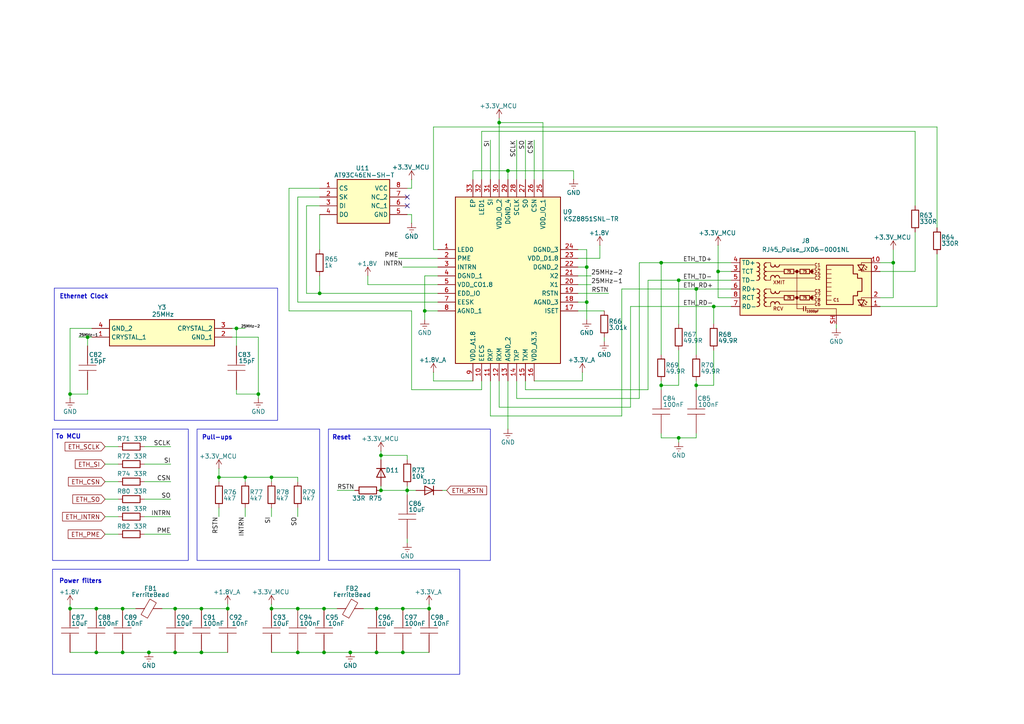
<source format=kicad_sch>
(kicad_sch (version 20231120) (generator "eeschema") (generator_version "8.0")
  (paper "A4")
  (lib_symbols
    (symbol "Connector:RJ45_Pulse_JXD6-0001NL"
      (property "Reference" "J" (at 17.78 10.16 0))
      (property "Value" "RJ45_Pulse_JXD6-0001NL" (at -6.35 10.16 0))
      (symbol "RJ45_Pulse_JXD6-0001NL_0_0"
        (text "C1" (at 4.699 6.985 0) (effects (font (size 0.889 0.889))))
        (text "C1" (at 10.16 -3.175 0) (effects (font (size 0.889 0.889))))
        (text "C2" (at 4.699 3.175 0) (effects (font (size 0.889 0.889))))
        (text "C3" (at 4.699 -0.635 0) (effects (font (size 0.889 0.889))))
        (text "C4" (at 4.699 5.715 0) (effects (font (size 0.889 0.889))))
        (text "C5" (at 4.699 4.445 0) (effects (font (size 0.889 0.889))))
        (text "C6" (at 4.699 -4.445 0) (effects (font (size 0.889 0.889))))
        (text "C7" (at 4.699 -1.905 0) (effects (font (size 0.889 0.889))))
        (text "C8" (at 4.699 -3.175 0) (effects (font (size 0.889 0.889))))
        (text "RCV" (at -8.255 -5.715 0) (effects (font (size 1.016 1.016)) (justify left)))
        (text "XMIT" (at -8.255 1.905 0) (effects (font (size 1.016 1.016)) (justify left)))
      )
      (symbol "RJ45_Pulse_JXD6-0001NL_1_0"
        (text "1000pF" (at 3.302 -6.477 0) (effects (font (size 0.635 0.635))))
      )
      (symbol "RJ45_Pulse_JXD6-0001NL_1_1"
        (text "75" (at -3.556 -2.54 0) (effects (font (size 0.635 0.635))))
        (text "75" (at -3.556 5.08 0) (effects (font (size 0.635 0.635))))
        (text "75" (at 1.016 -2.54 0) (effects (font (size 0.635 0.635))))
        (text "75" (at 1.016 5.08 0) (effects (font (size 0.635 0.635))))
        (pin passive line (at 22.86 -5.08 180) (length 2.54) (name "") (number "1"))
        (pin passive line (at 22.86 7.62 180) (length 2.54) (name "") (number "10"))
        (pin passive line (at 22.86 -2.54 180) (length 2.54) (name "") (number "2"))
        (pin passive line (at -20.32 5.08 0) (length 2.54) (name "TCT") (number "3"))
        (pin passive line (at -20.32 7.62 0) (length 2.54) (name "TD+") (number "4"))
        (pin passive line (at -20.32 2.54 0) (length 2.54) (name "TD-") (number "5"))
        (pin passive line (at -20.32 0 0) (length 2.54) (name "RD+") (number "6"))
        (pin passive line (at -20.32 -5.08 0) (length 2.54) (name "RD-") (number "7"))
        (pin passive line (at -20.32 -2.54 0) (length 2.54) (name "RCT") (number "8"))
        (pin passive line (at 22.86 5.08 180) (length 2.54) (name "") (number "9"))
        (pin power_in line (at 10.16 -10.16 90) (length 2.54) (name "") (number "SH"))
      )
    )
    (symbol "Device:FerriteBead" (pin_numbers hide) (pin_names (offset 0))
      (property "Reference" "FB" (at -3.81 0.635 90))
      (property "Value" "FerriteBead" (at 3.81 0 90))
      (symbol "FerriteBead_1_1"
        (pin passive line (at 0 3.81 270) (length 2.54) (name "~") (number "1"))
        (pin passive line (at 0 -3.81 90) (length 2.54) (name "~") (number "2"))
      )
    )
    (symbol "Device:R" (pin_numbers hide) (pin_names (offset 0))
      (property "Reference" "R" (at 2.032 0 90))
      (property "Value" "R" (at 0 0 90))
      (symbol "R_1_1"
        (pin passive line (at 0 3.81 270) (length 1.27) (name "~") (number "1"))
        (pin passive line (at 0 -3.81 90) (length 1.27) (name "~") (number "2"))
      )
    )
    (symbol "Diode:1N4148W" (pin_numbers hide) (pin_names hide)
      (property "Reference" "D" (at 0 2.54 0))
      (property "Value" "1N4148W" (at 0 -2.54 0))
      (symbol "1N4148W_1_1"
        (pin passive line (at -3.81 0 0) (length 2.54) (name "K") (number "1"))
        (pin passive line (at 3.81 0 180) (length 2.54) (name "A") (number "2"))
      )
    )
    (symbol "RA8M1:830108208209"
      (property "Reference" "Y" (at 36.83 7.62 0))
      (property "Value" "830108208209" (at 36.83 5.08 0))
      (symbol "830108208209_1_1"
        (pin passive line (at 0 -2.54 0) (length 5.08) (name "CRYSTAL_1") (number "1"))
        (pin passive line (at 40.64 -2.54 180) (length 5.08) (name "GND_1") (number "2"))
        (pin passive line (at 40.64 0 180) (length 5.08) (name "CRYSTAL_2") (number "3"))
        (pin passive line (at 0 0 0) (length 5.08) (name "GND_2") (number "4"))
      )
    )
    (symbol "RA8M1:885012205092" (pin_numbers hide) (pin_names (offset 0.762))
      (property "Reference" "C" (at 8.89 6.35 0))
      (property "Value" "885012205092" (at 8.89 3.81 0))
      (symbol "885012205092_0_0"
        (pin passive line (at 0 0 0) (length 5.08) (name "~") (number "1"))
        (pin passive line (at 12.7 0 180) (length 5.08) (name "~") (number "2"))
      )
    )
    (symbol "RA8M1:AT93C46EN-SH-T"
      (property "Reference" "IC" (at 21.59 7.62 0))
      (property "Value" "AT93C46EN-SH-T" (at 21.59 5.08 0))
      (symbol "AT93C46EN-SH-T_1_1"
        (pin passive line (at 0 0 0) (length 5.08) (name "CS") (number "1"))
        (pin passive line (at 0 -2.54 0) (length 5.08) (name "SK") (number "2"))
        (pin passive line (at 0 -5.08 0) (length 5.08) (name "DI") (number "3"))
        (pin passive line (at 0 -7.62 0) (length 5.08) (name "DO") (number "4"))
        (pin passive line (at 25.4 -7.62 180) (length 5.08) (name "GND") (number "5"))
        (pin passive line (at 25.4 -5.08 180) (length 5.08) (name "NC_1") (number "6"))
        (pin passive line (at 25.4 -2.54 180) (length 5.08) (name "NC_2") (number "7"))
        (pin passive line (at 25.4 0 180) (length 5.08) (name "VCC") (number "8"))
      )
    )
    (symbol "RA8M1:KSZ8851SNL-TR"
      (property "Reference" "IC" (at 36.83 20.32 0))
      (property "Value" "KSZ8851SNL-TR" (at 36.83 17.78 0))
      (symbol "KSZ8851SNL-TR_1_1"
        (pin passive line (at 0 0 0) (length 5.08) (name "LED0") (number "1"))
        (pin passive line (at 12.7 -38.1 90) (length 5.08) (name "EECS") (number "10"))
        (pin passive line (at 15.24 -38.1 90) (length 5.08) (name "RXP") (number "11"))
        (pin passive line (at 17.78 -38.1 90) (length 5.08) (name "RXM") (number "12"))
        (pin passive line (at 20.32 -38.1 90) (length 5.08) (name "AGND_2") (number "13"))
        (pin passive line (at 22.86 -38.1 90) (length 5.08) (name "TXP") (number "14"))
        (pin passive line (at 25.4 -38.1 90) (length 5.08) (name "TXM") (number "15"))
        (pin passive line (at 27.94 -38.1 90) (length 5.08) (name "VDD_A3.3") (number "16"))
        (pin passive line (at 40.64 -17.78 180) (length 5.08) (name "ISET") (number "17"))
        (pin passive line (at 40.64 -15.24 180) (length 5.08) (name "AGND_3") (number "18"))
        (pin passive line (at 40.64 -12.7 180) (length 5.08) (name "RSTN") (number "19"))
        (pin passive line (at 0 -2.54 0) (length 5.08) (name "PME") (number "2"))
        (pin passive line (at 40.64 -10.16 180) (length 5.08) (name "X1") (number "20"))
        (pin passive line (at 40.64 -7.62 180) (length 5.08) (name "X2") (number "21"))
        (pin passive line (at 40.64 -5.08 180) (length 5.08) (name "DGND_2") (number "22"))
        (pin passive line (at 40.64 -2.54 180) (length 5.08) (name "VDD_D1.8") (number "23"))
        (pin passive line (at 40.64 0 180) (length 5.08) (name "DGND_3") (number "24"))
        (pin passive line (at 30.48 20.32 270) (length 5.08) (name "VDD_IO_1") (number "25"))
        (pin passive line (at 27.94 20.32 270) (length 5.08) (name "CSN") (number "26"))
        (pin passive line (at 25.4 20.32 270) (length 5.08) (name "SO") (number "27"))
        (pin passive line (at 22.86 20.32 270) (length 5.08) (name "SCLK") (number "28"))
        (pin passive line (at 20.32 20.32 270) (length 5.08) (name "DGND_4") (number "29"))
        (pin passive line (at 0 -5.08 0) (length 5.08) (name "INTRN") (number "3"))
        (pin passive line (at 17.78 20.32 270) (length 5.08) (name "VDD_IO_2") (number "30"))
        (pin passive line (at 15.24 20.32 270) (length 5.08) (name "SI") (number "31"))
        (pin passive line (at 12.7 20.32 270) (length 5.08) (name "LED1") (number "32"))
        (pin passive line (at 10.16 20.32 270) (length 5.08) (name "EP") (number "33"))
        (pin passive line (at 0 -7.62 0) (length 5.08) (name "DGND_1") (number "4"))
        (pin passive line (at 0 -10.16 0) (length 5.08) (name "VDD_CO1.8") (number "5"))
        (pin passive line (at 0 -12.7 0) (length 5.08) (name "EDD_IO") (number "6"))
        (pin passive line (at 0 -15.24 0) (length 5.08) (name "EESK") (number "7"))
        (pin passive line (at 0 -17.78 0) (length 5.08) (name "AGND_1") (number "8"))
        (pin passive line (at 10.16 -38.1 90) (length 5.08) (name "VDD_A1.8") (number "9"))
      )
    )
    (symbol "power:+3.3V" (power) (pin_numbers hide) (pin_names (offset 0) hide)
      (property "Value" "+3.3V" (at 0 3.556 0))
      (symbol "+3.3V_1_1"
        (pin power_in line (at 0 0 90) (length 0) (name "~") (number "1"))
      )
    )
    (symbol "power:Earth" (power) (pin_numbers hide) (pin_names (offset 0) hide)
      (property "Value" "Earth" (at 0 -3.81 0))
      (symbol "Earth_1_1"
        (pin power_in line (at 0 0 270) (length 0) (name "~") (number "1"))
      )
    )
  )
  (junction (at 191.77 76.2))
  (junction (at 93.98 189.23))
  (junction (at 147.32 49.53))
  (junction (at 58.42 176.53))
  (junction (at 123.19 90.17))
  (junction (at 35.56 189.23))
  (junction (at 78.74 138.43))
  (junction (at 43.18 189.23))
  (junction (at 201.93 83.82))
  (junction (at 170.18 77.47))
  (junction (at 74.93 114.3))
  (junction (at 116.84 189.23))
  (junction (at 207.01 88.9))
  (junction (at 27.94 176.53))
  (junction (at 78.74 176.53))
  (junction (at 101.6 189.23))
  (junction (at 191.77 111.76))
  (junction (at 27.94 189.23))
  (junction (at 109.22 176.53))
  (junction (at 110.49 142.24))
  (junction (at 144.78 35.56))
  (junction (at 50.8 176.53))
  (junction (at 124.46 176.53))
  (junction (at 86.36 189.23))
  (junction (at 93.98 176.53))
  (junction (at 116.84 176.53))
  (junction (at 86.36 176.53))
  (junction (at 58.42 189.23))
  (junction (at 25.4 97.79))
  (junction (at 196.85 81.28))
  (junction (at 170.18 87.63))
  (junction (at 259.08 76.2))
  (junction (at 92.71 85.09))
  (junction (at 201.93 111.76))
  (junction (at 118.11 142.24))
  (junction (at 71.12 138.43))
  (junction (at 35.56 176.53))
  (junction (at 66.04 176.53))
  (junction (at 196.85 127))
  (junction (at 20.32 176.53))
  (junction (at 110.49 132.08))
  (junction (at 20.32 114.3))
  (junction (at 208.28 78.74))
  (junction (at 68.58 95.25))
  (junction (at 50.8 189.23))
  (junction (at 63.5 138.43))
  (junction (at 109.22 189.23))
  (no_connect (at 118.11 57.15))
  (no_connect (at 118.11 59.69))
  (wire (pts (xy 68.58 95.25) (xy 71.12 95.25)))
  (wire (pts (xy 118.11 142.24) (xy 120.65 142.24)))
  (wire (pts (xy 187.96 113.03) (xy 187.96 81.28)))
  (wire (pts (xy 30.48 154.94) (xy 34.29 154.94)))
  (wire (pts (xy 207.01 101.6) (xy 207.01 111.76)))
  (wire (pts (xy 68.58 114.3) (xy 74.93 114.3)))
  (wire (pts (xy 30.48 139.7) (xy 34.29 139.7)))
  (wire (pts (xy 168.91 110.49) (xy 168.91 107.95)))
  (wire (pts (xy 106.68 82.55) (xy 106.68 80.01)))
  (wire (pts (xy 110.49 142.24) (xy 118.11 142.24)))
  (wire (pts (xy 116.84 77.47) (xy 127 77.47)))
  (wire (pts (xy 173.99 74.93) (xy 173.99 71.12)))
  (wire (pts (xy 157.48 35.56) (xy 144.78 35.56)))
  (wire (pts (xy 255.27 88.9) (xy 271.78 88.9)))
  (wire (pts (xy 26.67 95.25) (xy 20.32 95.25)))
  (wire (pts (xy 25.4 113.03) (xy 25.4 114.3)))
  (wire (pts (xy 201.93 127) (xy 201.93 125.73)))
  (wire (pts (xy 20.32 189.23) (xy 27.94 189.23)))
  (wire (pts (xy 144.78 110.49) (xy 144.78 118.11)))
  (wire (pts (xy 92.71 62.23) (xy 92.71 72.39)))
  (wire (pts (xy 49.53 139.7) (xy 41.91 139.7)))
  (wire (pts (xy 63.5 147.32) (xy 63.5 149.86)))
  (wire (pts (xy 20.32 175.26) (xy 20.32 176.53)))
  (wire (pts (xy 93.98 189.23) (xy 101.6 189.23)))
  (wire (pts (xy 63.5 138.43) (xy 71.12 138.43)))
  (wire (pts (xy 207.01 111.76) (xy 201.93 111.76)))
  (wire (pts (xy 271.78 88.9) (xy 271.78 73.66)))
  (wire (pts (xy 196.85 101.6) (xy 196.85 111.76)))
  (wire (pts (xy 157.48 52.07) (xy 157.48 35.56)))
  (wire (pts (xy 152.4 40.64) (xy 152.4 52.07)))
  (wire (pts (xy 142.24 110.49) (xy 142.24 120.65)))
  (wire (pts (xy 176.53 85.09) (xy 167.64 85.09)))
  (wire (pts (xy 180.34 83.82) (xy 201.93 83.82)))
  (wire (pts (xy 105.41 176.53) (xy 109.22 176.53)))
  (wire (pts (xy 167.64 90.17) (xy 175.26 90.17)))
  (wire (pts (xy 92.71 59.69) (xy 88.9 59.69)))
  (wire (pts (xy 167.64 77.47) (xy 170.18 77.47)))
  (wire (pts (xy 97.79 142.24) (xy 102.87 142.24)))
  (wire (pts (xy 58.42 189.23) (xy 66.04 189.23)))
  (wire (pts (xy 212.09 88.9) (xy 207.01 88.9)))
  (wire (pts (xy 196.85 81.28) (xy 196.85 93.98)))
  (wire (pts (xy 191.77 111.76) (xy 191.77 113.03)))
  (wire (pts (xy 110.49 140.97) (xy 110.49 142.24)))
  (wire (pts (xy 74.93 115.57) (xy 74.93 114.3)))
  (wire (pts (xy 78.74 176.53) (xy 86.36 176.53)))
  (wire (pts (xy 68.58 113.03) (xy 68.58 114.3)))
  (wire (pts (xy 49.53 134.62) (xy 41.91 134.62)))
  (wire (pts (xy 109.22 176.53) (xy 116.84 176.53)))
  (wire (pts (xy 142.24 40.64) (xy 142.24 52.07)))
  (wire (pts (xy 119.38 113.03) (xy 119.38 90.17)))
  (wire (pts (xy 86.36 149.86) (xy 86.36 147.32)))
  (wire (pts (xy 25.4 114.3) (xy 20.32 114.3)))
  (wire (pts (xy 127 80.01) (xy 123.19 80.01)))
  (wire (pts (xy 125.73 72.39) (xy 127 72.39)))
  (wire (pts (xy 92.71 85.09) (xy 88.9 85.09)))
  (wire (pts (xy 182.88 118.11) (xy 182.88 88.9)))
  (wire (pts (xy 191.77 111.76) (xy 191.77 110.49)))
  (wire (pts (xy 49.53 149.86) (xy 41.91 149.86)))
  (wire (pts (xy 125.73 107.95) (xy 125.73 110.49)))
  (wire (pts (xy 191.77 127) (xy 196.85 127)))
  (wire (pts (xy 86.36 87.63) (xy 86.36 57.15)))
  (wire (pts (xy 171.45 82.55) (xy 167.64 82.55)))
  (wire (pts (xy 137.16 49.53) (xy 147.32 49.53)))
  (wire (pts (xy 27.94 176.53) (xy 35.56 176.53)))
  (wire (pts (xy 265.43 38.1) (xy 139.7 38.1)))
  (wire (pts (xy 63.5 135.89) (xy 63.5 138.43)))
  (wire (pts (xy 149.86 110.49) (xy 149.86 115.57)))
  (wire (pts (xy 128.27 142.24) (xy 129.54 142.24)))
  (wire (pts (xy 271.78 36.83) (xy 125.73 36.83)))
  (wire (pts (xy 147.32 110.49) (xy 147.32 124.46)))
  (wire (pts (xy 139.7 110.49) (xy 139.7 113.03)))
  (wire (pts (xy 149.86 115.57) (xy 185.42 115.57)))
  (wire (pts (xy 242.57 93.98) (xy 242.57 95.25)))
  (wire (pts (xy 265.43 59.69) (xy 265.43 38.1)))
  (wire (pts (xy 118.11 142.24) (xy 118.11 140.97)))
  (wire (pts (xy 83.82 90.17) (xy 83.82 54.61)))
  (wire (pts (xy 63.5 138.43) (xy 63.5 139.7)))
  (wire (pts (xy 25.4 100.33) (xy 25.4 97.79)))
  (wire (pts (xy 208.28 78.74) (xy 208.28 86.36)))
  (wire (pts (xy 118.11 156.21) (xy 118.11 157.48)))
  (wire (pts (xy 22.86 97.79) (xy 25.4 97.79)))
  (wire (pts (xy 201.93 111.76) (xy 201.93 113.03)))
  (wire (pts (xy 124.46 175.26) (xy 124.46 176.53)))
  (wire (pts (xy 212.09 83.82) (xy 201.93 83.82)))
  (wire (pts (xy 118.11 54.61) (xy 119.38 54.61)))
  (wire (pts (xy 166.37 49.53) (xy 166.37 52.07)))
  (wire (pts (xy 259.08 72.39) (xy 259.08 76.2)))
  (wire (pts (xy 208.28 71.12) (xy 208.28 78.74)))
  (wire (pts (xy 30.48 134.62) (xy 34.29 134.62)))
  (wire (pts (xy 144.78 34.29) (xy 144.78 35.56)))
  (wire (pts (xy 259.08 76.2) (xy 255.27 76.2)))
  (wire (pts (xy 30.48 144.78) (xy 34.29 144.78)))
  (wire (pts (xy 196.85 111.76) (xy 191.77 111.76)))
  (wire (pts (xy 123.19 90.17) (xy 123.19 92.71)))
  (wire (pts (xy 201.93 111.76) (xy 201.93 110.49)))
  (wire (pts (xy 259.08 86.36) (xy 259.08 76.2)))
  (wire (pts (xy 187.96 81.28) (xy 196.85 81.28)))
  (wire (pts (xy 118.11 62.23) (xy 119.38 62.23)))
  (wire (pts (xy 127 87.63) (xy 86.36 87.63)))
  (wire (pts (xy 30.48 129.54) (xy 34.29 129.54)))
  (wire (pts (xy 167.64 72.39) (xy 170.18 72.39)))
  (wire (pts (xy 175.26 97.79) (xy 175.26 99.06)))
  (wire (pts (xy 93.98 176.53) (xy 97.79 176.53)))
  (wire (pts (xy 191.77 125.73) (xy 191.77 127)))
  (wire (pts (xy 67.31 97.79) (xy 74.93 97.79)))
  (wire (pts (xy 30.48 149.86) (xy 34.29 149.86)))
  (wire (pts (xy 170.18 77.47) (xy 170.18 87.63)))
  (wire (pts (xy 144.78 35.56) (xy 144.78 52.07)))
  (wire (pts (xy 118.11 132.08) (xy 118.11 133.35)))
  (wire (pts (xy 185.42 115.57) (xy 185.42 76.2)))
  (wire (pts (xy 115.57 74.93) (xy 127 74.93)))
  (wire (pts (xy 139.7 113.03) (xy 119.38 113.03)))
  (wire (pts (xy 110.49 132.08) (xy 118.11 132.08)))
  (wire (pts (xy 191.77 76.2) (xy 191.77 102.87)))
  (wire (pts (xy 170.18 72.39) (xy 170.18 77.47)))
  (wire (pts (xy 255.27 78.74) (xy 265.43 78.74)))
  (wire (pts (xy 171.45 80.01) (xy 167.64 80.01)))
  (wire (pts (xy 139.7 38.1) (xy 139.7 52.07)))
  (wire (pts (xy 167.64 74.93) (xy 173.99 74.93)))
  (wire (pts (xy 109.22 189.23) (xy 116.84 189.23)))
  (wire (pts (xy 35.56 176.53) (xy 39.37 176.53)))
  (wire (pts (xy 66.04 175.26) (xy 66.04 176.53)))
  (wire (pts (xy 86.36 57.15) (xy 92.71 57.15)))
  (wire (pts (xy 101.6 189.23) (xy 109.22 189.23)))
  (wire (pts (xy 142.24 120.65) (xy 180.34 120.65)))
  (wire (pts (xy 88.9 59.69) (xy 88.9 85.09)))
  (wire (pts (xy 49.53 144.78) (xy 41.91 144.78)))
  (wire (pts (xy 20.32 176.53) (xy 27.94 176.53)))
  (wire (pts (xy 170.18 87.63) (xy 170.18 92.71)))
  (wire (pts (xy 119.38 62.23) (xy 119.38 64.77)))
  (wire (pts (xy 208.28 86.36) (xy 212.09 86.36)))
  (wire (pts (xy 110.49 130.81) (xy 110.49 132.08)))
  (wire (pts (xy 68.58 100.33) (xy 68.58 95.25)))
  (wire (pts (xy 35.56 189.23) (xy 43.18 189.23)))
  (wire (pts (xy 144.78 118.11) (xy 182.88 118.11)))
  (wire (pts (xy 212.09 78.74) (xy 208.28 78.74)))
  (wire (pts (xy 78.74 175.26) (xy 78.74 176.53)))
  (wire (pts (xy 191.77 76.2) (xy 212.09 76.2)))
  (wire (pts (xy 149.86 40.64) (xy 149.86 52.07)))
  (wire (pts (xy 196.85 127) (xy 201.93 127)))
  (wire (pts (xy 71.12 147.32) (xy 71.12 149.86)))
  (wire (pts (xy 78.74 138.43) (xy 86.36 138.43)))
  (wire (pts (xy 27.94 189.23) (xy 35.56 189.23)))
  (wire (pts (xy 71.12 138.43) (xy 71.12 139.7)))
  (wire (pts (xy 123.19 80.01) (xy 123.19 90.17)))
  (wire (pts (xy 125.73 36.83) (xy 125.73 72.39)))
  (wire (pts (xy 201.93 83.82) (xy 201.93 102.87)))
  (wire (pts (xy 154.94 110.49) (xy 168.91 110.49)))
  (wire (pts (xy 46.99 176.53) (xy 50.8 176.53)))
  (wire (pts (xy 147.32 49.53) (xy 166.37 49.53)))
  (wire (pts (xy 71.12 138.43) (xy 78.74 138.43)))
  (wire (pts (xy 43.18 189.23) (xy 50.8 189.23)))
  (wire (pts (xy 68.58 95.25) (xy 67.31 95.25)))
  (wire (pts (xy 154.94 40.64) (xy 154.94 52.07)))
  (wire (pts (xy 50.8 176.53) (xy 58.42 176.53)))
  (wire (pts (xy 78.74 189.23) (xy 86.36 189.23)))
  (wire (pts (xy 207.01 88.9) (xy 207.01 93.98)))
  (wire (pts (xy 49.53 154.94) (xy 41.91 154.94)))
  (wire (pts (xy 116.84 189.23) (xy 124.46 189.23)))
  (wire (pts (xy 255.27 86.36) (xy 259.08 86.36)))
  (wire (pts (xy 152.4 110.49) (xy 152.4 113.03)))
  (wire (pts (xy 127 90.17) (xy 123.19 90.17)))
  (wire (pts (xy 110.49 133.35) (xy 110.49 132.08)))
  (wire (pts (xy 125.73 110.49) (xy 137.16 110.49)))
  (wire (pts (xy 212.09 81.28) (xy 196.85 81.28)))
  (wire (pts (xy 119.38 90.17) (xy 83.82 90.17)))
  (wire (pts (xy 49.53 129.54) (xy 41.91 129.54)))
  (wire (pts (xy 20.32 115.57) (xy 20.32 114.3)))
  (wire (pts (xy 196.85 127) (xy 196.85 128.27)))
  (wire (pts (xy 78.74 138.43) (xy 78.74 139.7)))
  (wire (pts (xy 86.36 176.53) (xy 93.98 176.53)))
  (wire (pts (xy 74.93 97.79) (xy 74.93 114.3)))
  (wire (pts (xy 271.78 66.04) (xy 271.78 36.83)))
  (wire (pts (xy 180.34 120.65) (xy 180.34 83.82)))
  (wire (pts (xy 137.16 52.07) (xy 137.16 49.53)))
  (wire (pts (xy 86.36 138.43) (xy 86.36 139.7)))
  (wire (pts (xy 86.36 189.23) (xy 93.98 189.23)))
  (wire (pts (xy 119.38 54.61) (xy 119.38 52.07)))
  (wire (pts (xy 92.71 80.01) (xy 92.71 85.09)))
  (wire (pts (xy 152.4 113.03) (xy 187.96 113.03)))
  (wire (pts (xy 83.82 54.61) (xy 92.71 54.61)))
  (wire (pts (xy 20.32 95.25) (xy 20.32 114.3)))
  (wire (pts (xy 78.74 149.86) (xy 78.74 147.32)))
  (wire (pts (xy 167.64 87.63) (xy 170.18 87.63)))
  (wire (pts (xy 116.84 176.53) (xy 124.46 176.53)))
  (wire (pts (xy 118.11 142.24) (xy 118.11 143.51)))
  (wire (pts (xy 127 85.09) (xy 92.71 85.09)))
  (wire (pts (xy 185.42 76.2) (xy 191.77 76.2)))
  (wire (pts (xy 58.42 176.53) (xy 66.04 176.53)))
  (wire (pts (xy 265.43 78.74) (xy 265.43 67.31)))
  (wire (pts (xy 147.32 52.07) (xy 147.32 49.53)))
  (wire (pts (xy 25.4 97.79) (xy 26.67 97.79)))
  (wire (pts (xy 182.88 88.9) (xy 207.01 88.9)))
  (wire (pts (xy 127 82.55) (xy 106.68 82.55)))
  (wire (pts (xy 50.8 189.23) (xy 58.42 189.23)))
  (rectangle (start 15.748 83.566) (end 80.518 121.92))
  (rectangle (start 15.24 124.46) (end 54.61 162.56))
  (rectangle (start 57.15 124.46) (end 92.71 162.56))
  (rectangle (start 95.25 124.46) (end 142.24 162.56))
  (rectangle (start 15.24 165.1) (end 133.35 195.58))
  (text "Power filters" (at 23.368 168.656 0) (effects (font (size 1.27 1.27) (thickness 0.254) (bold yes))))
  (text "To MCU" (at 19.812 126.746 0) (effects (font (size 1.27 1.27) (thickness 0.254) (bold yes))))
  (text "Pull-ups" (at 62.992 127 0) (effects (font (size 1.27 1.27) (thickness 0.254) (bold yes))))
  (text "Reset" (at 99.06 127 0) (effects (font (size 1.27 1.27) (thickness 0.254) (bold yes))))
  (text "Ethernet Clock" (at 24.384 86.106 0) (effects (font (size 1.27 1.27) (thickness 0.254) (bold yes))))
  (label "CSN" (at 49.53 139.7 180))
  (label "SI" (at 78.74 149.86 270))
  (label "25MHz-2" (at 69.85 95.25 0) (effects (font (size 0.762 0.762))))
  (label "CSN" (at 154.94 40.64 270))
  (label "RSTN" (at 63.5 149.86 270))
  (label "SO" (at 152.4 40.64 270))
  (label "SO" (at 86.36 149.86 270))
  (label "INTRN" (at 49.53 149.86 180))
  (label "SI" (at 49.53 134.62 180))
  (label "PME" (at 49.53 154.94 180))
  (label "25MHz-2" (at 171.45 80.01 0))
  (label "INTRN" (at 71.12 149.86 270))
  (label "RSTN" (at 97.79 142.24 0))
  (label "25MHz-1" (at 171.45 82.55 0))
  (label "ETH_RD-" (at 198.12 88.9 0))
  (label "ETH_TD+" (at 198.12 76.2 0))
  (label "SCLK" (at 49.53 129.54 180))
  (label "SO" (at 49.53 144.78 180))
  (label "ETH_TD-" (at 198.12 81.28 0))
  (label "RSTN" (at 176.53 85.09 180))
  (label "SI" (at 142.24 40.64 270))
  (label "ETH_RD+" (at 198.12 83.82 0))
  (label "25MHz-1" (at 22.86 97.79 0) (effects (font (size 0.762 0.762))))
  (label "INTRN" (at 116.84 77.47 180))
  (label "PME" (at 115.57 74.93 180))
  (label "SCLK" (at 149.86 40.64 270))
  (global_label "ETH_SI" (shape input) (at 30.48 134.62 180) (property "Intersheetrefs" "${INTERSHEET_REFS}" (effects (hide yes))))
  (global_label "ETH_RSTN" (shape input) (at 129.54 142.24 0) (property "Intersheetrefs" "${INTERSHEET_REFS}" (effects (hide yes))))
  (global_label "ETH_SO" (shape input) (at 30.48 144.78 180) (property "Intersheetrefs" "${INTERSHEET_REFS}" (effects (hide yes))))
  (global_label "ETH_CSN" (shape input) (at 30.48 139.7 180) (property "Intersheetrefs" "${INTERSHEET_REFS}" (effects (hide yes))))
  (global_label "ETH_PME" (shape input) (at 30.48 154.94 180) (property "Intersheetrefs" "${INTERSHEET_REFS}" (effects (hide yes))))
  (global_label "ETH_SCLK" (shape input) (at 30.48 129.54 180) (property "Intersheetrefs" "${INTERSHEET_REFS}" (effects (hide yes))))
  (global_label "ETH_INTRN" (shape input) (at 30.48 149.86 180) (property "Intersheetrefs" "${INTERSHEET_REFS}" (effects (hide yes))))
  (symbol (lib_id "RA8M1:885012205092") (at 201.93 125.73 90) (unit 1)
    (property "Reference" "C85" (at 204.216 115.57 90))
    (property "Value" "100nF" (at 205.486 117.348 90))
    (property "Footprint" "Capacitor_SMD:C_0402_1005Metric" (effects (hide yes)))
    (property "Height" "0.7" (effects (hide yes)))
    (property "Manufacturer" "Wurth Elektronik" (effects (hide yes)))
    (property "MPN" "885012205092" (effects (hide yes)))
  )
  (symbol (lib_id "RA8M1:885012205092") (at 78.74 189.23 90) (unit 1)
    (property "Reference" "C93" (at 81.026 179.07 90))
    (property "Value" "10uF" (at 81.534 180.848 90))
    (property "Footprint" "Capacitor_SMD:C_0402_1005Metric" (effects (hide yes)))
    (property "Height" "0.7" (effects (hide yes)))
    (property "Manufacturer" "Wurth Elektronik" (effects (hide yes)))
    (property "MPN" "885012105020" (effects (hide yes)))
  )
  (symbol (lib_id "Device:R") (at 265.43 63.5 180) (unit 1)
    (property "Reference" "R63" (at 270.51 62.484 0) (effects (justify left)))
    (property "Value" "330R" (at 271.78 64.262 0) (effects (justify left)))
    (property "Footprint" "Resistor_SMD:R_0402_1005Metric" (effects (hide yes)))
    (property "Description" "Resistor" (effects (hide yes)))
    (property "Manufacturer" "Würth Elektronik" (effects (hide yes)))
    (property "MPN" "560112110231" (effects (hide yes)))
  )
  (symbol (lib_id "power:+3.3V") (at 144.78 34.29 0) (unit 1)
    (property "Reference" "#PWR0124" (effects (hide yes)))
    (property "Value" "+3.3V_MCU" (at 144.526 30.734 0))
    (property "Description" "Power symbol creates a global label with name \"+3.3V\"" (effects (hide yes)))
  )
  (symbol (lib_id "power:+3.3V") (at 66.04 175.26 0) (unit 1)
    (property "Reference" "#PWR0146" (effects (hide yes)))
    (property "Value" "+1.8V_A" (at 65.786 171.704 0))
    (property "Description" "Power symbol creates a global label with name \"+3.3V\"" (effects (hide yes)))
  )
  (symbol (lib_id "Device:R") (at 191.77 106.68 0) (unit 1)
    (property "Reference" "R69" (at 193.04 105.918 0) (effects (justify left)))
    (property "Value" "49.9R" (at 193.04 107.696 0) (effects (justify left)))
    (property "Footprint" "Resistor_SMD:R_0402_1005Metric" (effects (hide yes)))
    (property "Description" "Resistor" (effects (hide yes)))
    (property "Manufacturer" "Würth Elektronik" (effects (hide yes)))
    (property "MPN" "560112110002" (effects (hide yes)))
  )
  (symbol (lib_id "power:Earth") (at 119.38 64.77 0) (unit 1)
    (property "Reference" "#PWR0127" (effects (hide yes)))
    (property "Value" "GND" (at 119.38 68.58 0))
    (property "Description" "Power symbol creates a global label with name \"Earth\"" (effects (hide yes)))
  )
  (symbol (lib_id "RA8M1:885012205092") (at 68.58 113.03 90) (unit 1)
    (property "Reference" "C83" (at 70.866 102.87 90))
    (property "Value" "15pF" (at 71.628 104.648 90))
    (property "Footprint" "Capacitor_SMD:C_0402_1005Metric" (effects (hide yes)))
    (property "Height" "0.7" (effects (hide yes)))
    (property "Manufacturer" "Wurth Elektronik" (effects (hide yes)))
    (property "MPN" "885012005008" (effects (hide yes)))
  )
  (symbol (lib_id "power:+3.3V") (at 208.28 71.12 0) (unit 1)
    (property "Reference" "#PWR0129" (effects (hide yes)))
    (property "Value" "+3.3V_MCU" (at 208.026 67.564 0))
    (property "Description" "Power symbol creates a global label with name \"+3.3V\"" (effects (hide yes)))
  )
  (symbol (lib_id "power:Earth") (at 43.18 189.23 0) (unit 1)
    (property "Reference" "#PWR0149" (effects (hide yes)))
    (property "Value" "GND" (at 43.18 193.04 0))
    (property "Description" "Power symbol creates a global label with name \"Earth\"" (effects (hide yes)))
  )
  (symbol (lib_id "power:+3.3V") (at 124.46 175.26 0) (unit 1)
    (property "Reference" "#PWR0148" (effects (hide yes)))
    (property "Value" "+3.3V_A" (at 124.206 171.704 0))
    (property "Description" "Power symbol creates a global label with name \"+3.3V\"" (effects (hide yes)))
  )
  (symbol (lib_id "Device:R") (at 106.68 142.24 270) (unit 1)
    (property "Reference" "R75" (at 106.934 144.526 90) (effects (justify left)))
    (property "Value" "33R" (at 102.108 144.526 90) (effects (justify left)))
    (property "Footprint" "Resistor_SMD:R_0402_1005Metric" (effects (hide yes)))
    (property "Description" "Resistor" (effects (hide yes)))
    (property "Manufacturer" "Würth Elektronik" (effects (hide yes)))
    (property "MPN" " 560112110004" (effects (hide yes)))
  )
  (symbol (lib_id "Device:R") (at 118.11 137.16 0) (unit 1)
    (property "Reference" "R73" (at 119.38 136.398 0) (effects (justify left)))
    (property "Value" "10k" (at 119.38 138.176 0) (effects (justify left)))
    (property "Footprint" "Resistor_SMD:R_0402_1005Metric" (effects (hide yes)))
    (property "Description" "Resistor" (effects (hide yes)))
    (property "Manufacturer" "Würth Elektronik" (effects (hide yes)))
    (property "MPN" "560112110020" (effects (hide yes)))
  )
  (symbol (lib_id "power:+3.3V") (at 63.5 135.89 0) (unit 1)
    (property "Reference" "#PWR0143" (effects (hide yes)))
    (property "Value" "+3.3V_MCU" (at 63.246 132.334 0))
    (property "Description" "Power symbol creates a global label with name \"+3.3V\"" (effects (hide yes)))
  )
  (symbol (lib_id "Device:R") (at 201.93 106.68 0) (unit 1)
    (property "Reference" "R70" (at 203.2 105.918 0) (effects (justify left)))
    (property "Value" "49.9R" (at 203.2 107.696 0) (effects (justify left)))
    (property "Footprint" "Resistor_SMD:R_0402_1005Metric" (effects (hide yes)))
    (property "Description" "Resistor" (effects (hide yes)))
    (property "Manufacturer" "Würth Elektronik" (effects (hide yes)))
    (property "MPN" "560112110002" (effects (hide yes)))
  )
  (symbol (lib_id "Diode:1N4148W") (at 124.46 142.24 180) (unit 1)
    (property "Reference" "D12" (at 124.46 139.7 0))
    (property "Value" "1N4148W" (effects (hide yes)))
    (property "Footprint" "Diode_SMD:D_SOD-123" (effects (hide yes)))
    (property "Datasheet" "https://www.vishay.com/docs/85748/1n4148w.pdf" (effects (hide yes)))
    (property "Description" "75V 0.15A Fast Switching Diode, SOD-123" (effects (hide yes)))
    (property "Sim.Device" "D" (effects (hide yes)))
    (property "Sim.Pins" "1=K 2=A" (effects (hide yes)))
    (property "Manufacturer" "Diodes Incorporated" (effects (hide yes)))
    (property "MPN" " 1N4148W-7-F" (effects (hide yes)))
  )
  (symbol (lib_id "Device:R") (at 271.78 69.85 180) (unit 1)
    (property "Reference" "R64" (at 276.86 68.834 0) (effects (justify left)))
    (property "Value" "330R" (at 278.13 70.612 0) (effects (justify left)))
    (property "Footprint" "Resistor_SMD:R_0402_1005Metric" (effects (hide yes)))
    (property "Description" "Resistor" (effects (hide yes)))
    (property "Manufacturer" "Würth Elektronik" (effects (hide yes)))
    (property "MPN" "560112110231" (effects (hide yes)))
  )
  (symbol (lib_id "RA8M1:885012205092") (at 20.32 189.23 90) (unit 1)
    (property "Reference" "C87" (at 22.606 179.07 90))
    (property "Value" "10uF" (at 23.114 180.848 90))
    (property "Footprint" "Capacitor_SMD:C_0402_1005Metric" (effects (hide yes)))
    (property "Height" "0.7" (effects (hide yes)))
    (property "Manufacturer" "Wurth Elektronik" (effects (hide yes)))
    (property "MPN" "885012105020" (effects (hide yes)))
  )
  (symbol (lib_id "power:+3.3V") (at 78.74 175.26 0) (unit 1)
    (property "Reference" "#PWR0147" (effects (hide yes)))
    (property "Value" "+3.3V_MCU" (at 78.486 171.704 0))
    (property "Description" "Power symbol creates a global label with name \"+3.3V\"" (effects (hide yes)))
  )
  (symbol (lib_id "RA8M1:885012205092") (at 50.8 189.23 90) (unit 1)
    (property "Reference" "C90" (at 53.086 179.07 90))
    (property "Value" "10uF" (at 53.594 180.848 90))
    (property "Footprint" "Capacitor_SMD:C_0402_1005Metric" (effects (hide yes)))
    (property "Height" "0.7" (effects (hide yes)))
    (property "Manufacturer" "Wurth Elektronik" (effects (hide yes)))
    (property "MPN" "885012105020" (effects (hide yes)))
  )
  (symbol (lib_id "RA8M1:885012205092") (at 58.42 189.23 90) (unit 1)
    (property "Reference" "C91" (at 60.706 179.07 90))
    (property "Value" "100nF" (at 61.976 180.848 90))
    (property "Footprint" "Capacitor_SMD:C_0402_1005Metric" (effects (hide yes)))
    (property "Height" "0.7" (effects (hide yes)))
    (property "Manufacturer" "Wurth Elektronik" (effects (hide yes)))
    (property "MPN" "885012205092" (effects (hide yes)))
  )
  (symbol (lib_id "RA8M1:885012205092") (at 118.11 156.21 90) (unit 1)
    (property "Reference" "C86" (at 120.396 146.05 90))
    (property "Value" "10uF" (at 120.904 147.828 90))
    (property "Footprint" "Capacitor_SMD:C_0402_1005Metric" (effects (hide yes)))
    (property "Height" "0.7" (effects (hide yes)))
    (property "Manufacturer" "Wurth Elektronik" (effects (hide yes)))
    (property "MPN" "885012105020" (effects (hide yes)))
  )
  (symbol (lib_id "power:Earth") (at 118.11 157.48 0) (unit 1)
    (property "Reference" "#PWR0144" (effects (hide yes)))
    (property "Value" "GND" (at 118.11 161.29 0))
    (property "Description" "Power symbol creates a global label with name \"Earth\"" (effects (hide yes)))
  )
  (symbol (lib_id "Device:FerriteBead") (at 43.18 176.53 90) (unit 1)
    (property "Reference" "FB1" (at 43.688 170.688 90))
    (property "Value" "FerriteBead" (at 43.688 172.466 90))
    (property "Footprint" "Inductor_SMD:L_0805_2012Metric" (effects (hide yes)))
    (property "Description" "Ferrite bead" (effects (hide yes)))
    (property "Manufacturer" "Würth Elektronik" (effects (hide yes)))
    (property "MPN" "742792040" (effects (hide yes)))
  )
  (symbol (lib_id "RA8M1:885012205092") (at 25.4 113.03 90) (unit 1)
    (property "Reference" "C82" (at 27.686 102.87 90))
    (property "Value" "15pF" (at 28.448 104.648 90))
    (property "Footprint" "Capacitor_SMD:C_0402_1005Metric" (effects (hide yes)))
    (property "Height" "0.7" (effects (hide yes)))
    (property "Manufacturer" "Wurth Elektronik" (effects (hide yes)))
    (property "MPN" "885012005008" (effects (hide yes)))
  )
  (symbol (lib_id "Device:R") (at 175.26 93.98 0) (unit 1)
    (property "Reference" "R66" (at 176.53 93.218 0) (effects (justify left)))
    (property "Value" "3.01k" (at 176.53 94.996 0) (effects (justify left)))
    (property "Footprint" "Resistor_SMD:R_0402_1005Metric" (effects (hide yes)))
    (property "Description" "Resistor" (effects (hide yes)))
    (property "Manufacturer" "Bourns" (effects (hide yes)))
    (property "MPN" " CR0402-FX-3011GLF" (effects (hide yes)))
  )
  (symbol (lib_id "power:+3.3V") (at 119.38 52.07 0) (unit 1)
    (property "Reference" "#PWR0125" (effects (hide yes)))
    (property "Value" "+3.3V_MCU" (at 119.126 48.514 0))
    (property "Description" "Power symbol creates a global label with name \"+3.3V\"" (effects (hide yes)))
  )
  (symbol (lib_id "Device:R") (at 38.1 139.7 90) (unit 1)
    (property "Reference" "R74" (at 37.846 137.414 90) (effects (justify left)))
    (property "Value" "33R" (at 42.672 137.414 90) (effects (justify left)))
    (property "Footprint" "Resistor_SMD:R_0402_1005Metric" (effects (hide yes)))
    (property "Description" "Resistor" (effects (hide yes)))
    (property "Manufacturer" "Würth Elektronik" (effects (hide yes)))
    (property "MPN" " 560112110004" (effects (hide yes)))
  )
  (symbol (lib_id "Device:R") (at 92.71 76.2 180) (unit 1)
    (property "Reference" "R65" (at 98.044 75.184 0) (effects (justify left)))
    (property "Value" "1k" (at 96.52 76.962 0) (effects (justify left)))
    (property "Footprint" "Resistor_SMD:R_0402_1005Metric" (effects (hide yes)))
    (property "Description" "Resistor" (effects (hide yes)))
    (property "Manufacturer" "Würth Elektronik" (effects (hide yes)))
    (property "MPN" "560112110012 " (effects (hide yes)))
  )
  (symbol (lib_id "Device:R") (at 63.5 143.51 0) (unit 1)
    (property "Reference" "R76" (at 64.77 142.748 0) (effects (justify left)))
    (property "Value" "4k7" (at 64.77 144.526 0) (effects (justify left)))
    (property "Footprint" "Resistor_SMD:R_0402_1005Metric" (effects (hide yes)))
    (property "Description" "Resistor" (effects (hide yes)))
    (property "Manufacturer" "Würth Elektronik" (effects (hide yes)))
    (property "MPN" "560112110245" (effects (hide yes)))
  )
  (symbol (lib_id "power:+3.3V") (at 110.49 130.81 0) (unit 1)
    (property "Reference" "#PWR0142" (effects (hide yes)))
    (property "Value" "+3.3V_MCU" (at 110.236 127.254 0))
    (property "Description" "Power symbol creates a global label with name \"+3.3V\"" (effects (hide yes)))
  )
  (symbol (lib_id "RA8M1:885012205092") (at 116.84 189.23 90) (unit 1)
    (property "Reference" "C97" (at 119.126 179.07 90))
    (property "Value" "100nF" (at 120.396 180.848 90))
    (property "Footprint" "Capacitor_SMD:C_0402_1005Metric" (effects (hide yes)))
    (property "Height" "0.7" (effects (hide yes)))
    (property "Manufacturer" "Wurth Elektronik" (effects (hide yes)))
    (property "MPN" "885012205092" (effects (hide yes)))
  )
  (symbol (lib_id "power:Earth") (at 166.37 52.07 0) (unit 1)
    (property "Reference" "#PWR0126" (effects (hide yes)))
    (property "Value" "GND" (at 166.37 55.88 0))
    (property "Description" "Power symbol creates a global label with name \"Earth\"" (effects (hide yes)))
  )
  (symbol (lib_id "Device:R") (at 38.1 149.86 90) (unit 1)
    (property "Reference" "R81" (at 37.846 147.574 90) (effects (justify left)))
    (property "Value" "33R" (at 42.672 147.574 90) (effects (justify left)))
    (property "Footprint" "Resistor_SMD:R_0402_1005Metric" (effects (hide yes)))
    (property "Description" "Resistor" (effects (hide yes)))
    (property "Manufacturer" "Würth Elektronik" (effects (hide yes)))
    (property "MPN" " 560112110004" (effects (hide yes)))
  )
  (symbol (lib_id "RA8M1:885012205092") (at 66.04 189.23 90) (unit 1)
    (property "Reference" "C92" (at 68.326 179.07 90))
    (property "Value" "10nF" (at 69.596 180.848 90))
    (property "Footprint" "Capacitor_SMD:C_0402_1005Metric" (effects (hide yes)))
    (property "Height" "0.7" (effects (hide yes)))
    (property "Manufacturer" "Wurth Elektronik" (effects (hide yes)))
    (property "MPN" "885012205031" (effects (hide yes)))
  )
  (symbol (lib_id "RA8M1:AT93C46EN-SH-T") (at 92.71 54.61 0) (unit 1)
    (property "Reference" "U11" (at 105.156 48.768 0))
    (property "Value" "AT93C46EN-SH-T" (at 105.664 50.8 0))
    (property "Footprint" "RA8M1:SOIC127P600X175-8N" (effects (hide yes)))
    (property "Datasheet" "https://componentsearchengine.com/Datasheets/2/AT93C46EN-SH-T.pdf" (effects (hide yes)))
    (property "Description" "EEPROM 8 1.8V - 8 1.8V" (effects (hide yes)))
    (property "Height" "1.75" (effects (hide yes)))
    (property "Mouser Part Number" "556-A93C46ENSHT" (effects (hide yes)))
    (property "Mouser Price/Stock" "https://www.mouser.co.uk/ProductDetail/Microchip-Technology/AT93C46EN-SH-T?qs=OZGkuhlU923%2FN%252B1FakEmqg%3D%3D" (effects (hide yes)))
    (property "Manufacturer_Name" "Microchip" (effects (hide yes)))
    (property "Manufacturer_Part_Number" "AT93C46EN-SH-T" (effects (hide yes)))
  )
  (symbol (lib_id "RA8M1:885012205092") (at 35.56 189.23 90) (unit 1)
    (property "Reference" "C89" (at 37.846 179.07 90))
    (property "Value" "10nF" (at 39.116 180.848 90))
    (property "Footprint" "Capacitor_SMD:C_0402_1005Metric" (effects (hide yes)))
    (property "Height" "0.7" (effects (hide yes)))
    (property "Manufacturer" "Wurth Elektronik" (effects (hide yes)))
    (property "MPN" "885012205031" (effects (hide yes)))
  )
  (symbol (lib_id "power:Earth") (at 20.32 115.57 0) (unit 1)
    (property "Reference" "#PWR0138" (effects (hide yes)))
    (property "Value" "GND" (at 20.32 119.38 0))
    (property "Description" "Power symbol creates a global label with name \"Earth\"" (effects (hide yes)))
  )
  (symbol (lib_id "power:Earth") (at 170.18 92.71 0) (unit 1)
    (property "Reference" "#PWR0133" (effects (hide yes)))
    (property "Value" "GND" (at 170.18 96.52 0))
    (property "Description" "Power symbol creates a global label with name \"Earth\"" (effects (hide yes)))
  )
  (symbol (lib_id "power:Earth") (at 101.6 189.23 0) (unit 1)
    (property "Reference" "#PWR0150" (effects (hide yes)))
    (property "Value" "GND" (at 101.6 193.04 0))
    (property "Description" "Power symbol creates a global label with name \"Earth\"" (effects (hide yes)))
  )
  (symbol (lib_id "power:+3.3V") (at 106.68 80.01 0) (unit 1)
    (property "Reference" "#PWR0131" (effects (hide yes)))
    (property "Value" "+1.8V" (at 106.426 76.454 0))
    (property "Description" "Power symbol creates a global label with name \"+3.3V\"" (effects (hide yes)))
  )
  (symbol (lib_id "power:Earth") (at 175.26 99.06 0) (unit 1)
    (property "Reference" "#PWR0135" (effects (hide yes)))
    (property "Value" "GND" (at 175.26 102.87 0))
    (property "Description" "Power symbol creates a global label with name \"Earth\"" (effects (hide yes)))
  )
  (symbol (lib_id "RA8M1:885012205092") (at 27.94 189.23 90) (unit 1)
    (property "Reference" "C88" (at 30.226 179.07 90))
    (property "Value" "100nF" (at 31.496 180.848 90))
    (property "Footprint" "Capacitor_SMD:C_0402_1005Metric" (effects (hide yes)))
    (property "Height" "0.7" (effects (hide yes)))
    (property "Manufacturer" "Wurth Elektronik" (effects (hide yes)))
    (property "MPN" "885012205092" (effects (hide yes)))
  )
  (symbol (lib_id "power:Earth") (at 74.93 115.57 0) (unit 1)
    (property "Reference" "#PWR0139" (effects (hide yes)))
    (property "Value" "GND" (at 74.93 119.38 0))
    (property "Description" "Power symbol creates a global label with name \"Earth\"" (effects (hide yes)))
  )
  (symbol (lib_id "Connector:RJ45_Pulse_JXD6-0001NL") (at 232.41 83.82 0) (unit 1)
    (property "Reference" "J8" (at 233.68 69.85 0))
    (property "Value" "RJ45_Pulse_JXD6-0001NL" (at 233.68 72.39 0))
    (property "Footprint" "Connector_RJ:RJ45_Pulse_JXD6-0001NL_Horizontal" (effects (hide yes)))
    (property "Datasheet" "https://productfinder.pulseeng.com/doc_type/WEB301/doc_num/JXD6-0001NL/doc_part/JXD6-0001NL.pdf" (effects (hide yes)))
    (property "Description" "LAN Transformer Jack, RJ45, 10/100 BaseT" (effects (hide yes)))
    (property "Manufacturer" "Pulse Electronics " (effects (hide yes)))
    (property "MPN" "JXD6-0001NL" (effects (hide yes)))
  )
  (symbol (lib_id "Device:R") (at 38.1 154.94 90) (unit 1)
    (property "Reference" "R82" (at 37.846 152.654 90) (effects (justify left)))
    (property "Value" "33R" (at 42.672 152.654 90) (effects (justify left)))
    (property "Footprint" "Resistor_SMD:R_0402_1005Metric" (effects (hide yes)))
    (property "Description" "Resistor" (effects (hide yes)))
    (property "Manufacturer" "Würth Elektronik" (effects (hide yes)))
    (property "MPN" " 560112110004" (effects (hide yes)))
  )
  (symbol (lib_id "power:+3.3V") (at 259.08 72.39 0) (unit 1)
    (property "Reference" "#PWR0130" (effects (hide yes)))
    (property "Value" "+3.3V_MCU" (at 258.826 68.834 0))
    (property "Description" "Power symbol creates a global label with name \"+3.3V\"" (effects (hide yes)))
  )
  (symbol (lib_id "Diode:1N4148W") (at 110.49 137.16 270) (unit 1)
    (property "Reference" "D11" (at 113.792 136.398 90))
    (property "Value" "1N4148W" (effects (hide yes)))
    (property "Footprint" "Diode_SMD:D_SOD-123" (effects (hide yes)))
    (property "Datasheet" "https://www.vishay.com/docs/85748/1n4148w.pdf" (effects (hide yes)))
    (property "Description" "75V 0.15A Fast Switching Diode, SOD-123" (effects (hide yes)))
    (property "Sim.Device" "D" (effects (hide yes)))
    (property "Sim.Pins" "1=K 2=A" (effects (hide yes)))
    (property "Manufacturer" "Diodes Incorporated " (effects (hide yes)))
    (property "MPN" " 1N4148W-7-F" (effects (hide yes)))
  )
  (symbol (lib_id "power:Earth") (at 196.85 128.27 0) (unit 1)
    (property "Reference" "#PWR0141" (effects (hide yes)))
    (property "Value" "GND" (at 196.85 132.08 0))
    (property "Description" "Power symbol creates a global label with name \"Earth\"" (effects (hide yes)))
  )
  (symbol (lib_id "RA8M1:885012205092") (at 86.36 189.23 90) (unit 1)
    (property "Reference" "C94" (at 88.646 179.07 90))
    (property "Value" "100nF" (at 89.916 180.848 90))
    (property "Footprint" "Capacitor_SMD:C_0402_1005Metric" (effects (hide yes)))
    (property "Height" "0.7" (effects (hide yes)))
    (property "Manufacturer" "Wurth Elektronik" (effects (hide yes)))
    (property "MPN" "885012205092" (effects (hide yes)))
  )
  (symbol (lib_id "Device:R") (at 38.1 134.62 90) (unit 1)
    (property "Reference" "R72" (at 37.846 132.334 90) (effects (justify left)))
    (property "Value" "33R" (at 42.672 132.334 90) (effects (justify left)))
    (property "Footprint" "Resistor_SMD:R_0402_1005Metric" (effects (hide yes)))
    (property "Description" "Resistor" (effects (hide yes)))
    (property "Manufacturer" "Würth Elektronik" (effects (hide yes)))
    (property "MPN" " 560112110004" (effects (hide yes)))
  )
  (symbol (lib_id "Device:R") (at 38.1 144.78 90) (unit 1)
    (property "Reference" "R80" (at 37.846 142.494 90) (effects (justify left)))
    (property "Value" "33R" (at 42.672 142.494 90) (effects (justify left)))
    (property "Footprint" "Resistor_SMD:R_0402_1005Metric" (effects (hide yes)))
    (property "Description" "Resistor" (effects (hide yes)))
    (property "Manufacturer" "Würth Elektronik" (effects (hide yes)))
    (property "MPN" " 560112110004" (effects (hide yes)))
  )
  (symbol (lib_id "Device:FerriteBead") (at 101.6 176.53 90) (unit 1)
    (property "Reference" "FB2" (at 102.108 170.688 90))
    (property "Value" "FerriteBead" (at 102.108 172.466 90))
    (property "Footprint" "Inductor_SMD:L_0805_2012Metric" (effects (hide yes)))
    (property "Description" "Ferrite bead" (effects (hide yes)))
    (property "Manufacturer" "Würth Elektronik" (effects (hide yes)))
    (property "MPN" "742792040" (effects (hide yes)))
  )
  (symbol (lib_id "RA8M1:885012205092") (at 93.98 189.23 90) (unit 1)
    (property "Reference" "C95" (at 96.266 179.07 90))
    (property "Value" "10nF" (at 97.536 180.848 90))
    (property "Footprint" "Capacitor_SMD:C_0402_1005Metric" (effects (hide yes)))
    (property "Height" "0.7" (effects (hide yes)))
    (property "Manufacturer" "Wurth Elektronik" (effects (hide yes)))
    (property "MPN" "885012205031" (effects (hide yes)))
  )
  (symbol (lib_id "Device:R") (at 71.12 143.51 0) (unit 1)
    (property "Reference" "R77" (at 72.39 142.748 0) (effects (justify left)))
    (property "Value" "4k7" (at 72.39 144.526 0) (effects (justify left)))
    (property "Footprint" "Resistor_SMD:R_0402_1005Metric" (effects (hide yes)))
    (property "Description" "Resistor" (effects (hide yes)))
    (property "Manufacturer" "Würth Elektronik" (effects (hide yes)))
    (property "MPN" "560112110245" (effects (hide yes)))
  )
  (symbol (lib_id "Device:R") (at 196.85 97.79 0) (unit 1)
    (property "Reference" "R67" (at 198.12 97.028 0) (effects (justify left)))
    (property "Value" "49.9R" (at 198.12 98.806 0) (effects (justify left)))
    (property "Footprint" "Resistor_SMD:R_0402_1005Metric" (effects (hide yes)))
    (property "Description" "Resistor" (effects (hide yes)))
    (property "Manufacturer" "Würth Elektronik" (effects (hide yes)))
    (property "MPN" "560112110002" (effects (hide yes)))
  )
  (symbol (lib_id "Device:R") (at 86.36 143.51 0) (unit 1)
    (property "Reference" "R79" (at 87.63 142.748 0) (effects (justify left)))
    (property "Value" "4k7" (at 87.63 144.526 0) (effects (justify left)))
    (property "Footprint" "Resistor_SMD:R_0402_1005Metric" (effects (hide yes)))
    (property "Description" "Resistor" (effects (hide yes)))
    (property "Manufacturer" "Würth Elektronik" (effects (hide yes)))
    (property "MPN" "560112110245" (effects (hide yes)))
  )
  (symbol (lib_id "Device:R") (at 78.74 143.51 0) (unit 1)
    (property "Reference" "R78" (at 80.01 142.748 0) (effects (justify left)))
    (property "Value" "4k7" (at 80.01 144.526 0) (effects (justify left)))
    (property "Footprint" "Resistor_SMD:R_0402_1005Metric" (effects (hide yes)))
    (property "Description" "Resistor" (effects (hide yes)))
    (property "Manufacturer" "Würth Elektronik" (effects (hide yes)))
    (property "MPN" "560112110245" (effects (hide yes)))
  )
  (symbol (lib_id "Device:R") (at 207.01 97.79 0) (unit 1)
    (property "Reference" "R68" (at 208.28 97.028 0) (effects (justify left)))
    (property "Value" "49.9R" (at 208.28 98.806 0) (effects (justify left)))
    (property "Footprint" "Resistor_SMD:R_0402_1005Metric" (effects (hide yes)))
    (property "Description" "Resistor" (effects (hide yes)))
    (property "Manufacturer" "Würth Elektronik" (effects (hide yes)))
    (property "MPN" "560112110002" (effects (hide yes)))
  )
  (symbol (lib_id "power:Earth") (at 242.57 95.25 0) (unit 1)
    (property "Reference" "#PWR0134" (effects (hide yes)))
    (property "Value" "GND" (at 242.57 99.06 0))
    (property "Description" "Power symbol creates a global label with name \"Earth\"" (effects (hide yes)))
  )
  (symbol (lib_id "power:Earth") (at 147.32 124.46 0) (unit 1)
    (property "Reference" "#PWR0140" (effects (hide yes)))
    (property "Value" "GND" (at 147.32 128.27 0))
    (property "Description" "Power symbol creates a global label with name \"Earth\"" (effects (hide yes)))
  )
  (symbol (lib_id "RA8M1:830108208209") (at 26.67 95.25 0) (unit 1)
    (property "Reference" "Y3" (at 46.99 89.154 0))
    (property "Value" "25MHz" (at 47.244 91.186 0))
    (property "Footprint" "RA8M1:830108208209" (effects (hide yes)))
    (property "Datasheet" "https://www.we-online.com/components/products/datasheet/830108208209.pdf" (effects (hide yes)))
    (property "Description" "24 MHz +/-10ppm Crystal 10pF 100 Ohms 4-SMD, No Lead" (effects (hide yes)))
    (property "Height" "0.6" (effects (hide yes)))
    (property "Mouser Part Number" "830107871909" (effects (hide yes)))
    (property "Mouser Price/Stock" "https://www.mouser.co.uk/ProductDetail/Wurth-Elektronik/830108208209?qs=hWgE7mdIu5Qfk68EXTEoAw%3D%3D" (effects (hide yes)))
    (property "Manufacturer" "Wurth Elektronik" (effects (hide yes)))
    (property "MPN" "830107871909" (effects (hide yes)))
  )
  (symbol (lib_id "power:+3.3V") (at 125.73 107.95 0) (unit 1)
    (property "Reference" "#PWR0136" (effects (hide yes)))
    (property "Value" "+1.8V_A" (at 125.476 104.394 0))
    (property "Description" "Power symbol creates a global label with name \"+3.3V\"" (effects (hide yes)))
  )
  (symbol (lib_id "power:+3.3V") (at 20.32 175.26 0) (unit 1)
    (property "Reference" "#PWR0145" (effects (hide yes)))
    (property "Value" "+1.8V" (at 20.066 171.704 0))
    (property "Description" "Power symbol creates a global label with name \"+3.3V\"" (effects (hide yes)))
  )
  (symbol (lib_id "RA8M1:KSZ8851SNL-TR") (at 127 72.39 0) (unit 1)
    (property "Reference" "U9" (at 164.592 61.468 0))
    (property "Value" "KSZ8851SNL-TR" (at 171.45 63.5 0))
    (property "Footprint" "QFN50P500X500X100-33N-D" (effects (hide yes)))
    (property "Datasheet" "http://www.microchip.com/mymicrochip/filehandler.aspx?ddocname=en581700" (effects (hide yes)))
    (property "Description" "Ethernet CTLR Single Chip 3.1V to 3.5V 32-Pin VQFN T/R - Tape and Reel" (effects (hide yes)))
    (property "Height" "1" (effects (hide yes)))
    (property "Mouser Part Number" "998-KSZ8851SNLTR" (effects (hide yes)))
    (property "Mouser Price/Stock" "https://www.mouser.co.uk/ProductDetail/Microchip-Technology/KSZ8851SNL-TR?qs=U6T8BxXiZAXni%252Bqw4dJrBA%3D%3D" (effects (hide yes)))
    (property "Manufacturer" "Microchip" (effects (hide yes)))
    (property "MPN" "KSZ8851SNL-TR" (effects (hide yes)))
  )
  (symbol (lib_id "RA8M1:885012205092") (at 124.46 189.23 90) (unit 1)
    (property "Reference" "C98" (at 126.746 179.07 90))
    (property "Value" "10nF" (at 128.016 180.848 90))
    (property "Footprint" "Capacitor_SMD:C_0402_1005Metric" (effects (hide yes)))
    (property "Height" "0.7" (effects (hide yes)))
    (property "Manufacturer" "Wurth Elektronik" (effects (hide yes)))
    (property "MPN" "885012205031" (effects (hide yes)))
  )
  (symbol (lib_id "power:Earth") (at 123.19 92.71 0) (unit 1)
    (property "Reference" "#PWR0132" (effects (hide yes)))
    (property "Value" "GND" (at 123.19 96.52 0))
    (property "Description" "Power symbol creates a global label with name \"Earth\"" (effects (hide yes)))
  )
  (symbol (lib_id "RA8M1:885012205092") (at 191.77 125.73 90) (unit 1)
    (property "Reference" "C84" (at 194.056 115.57 90))
    (property "Value" "100nF" (at 195.326 117.348 90))
    (property "Footprint" "Capacitor_SMD:C_0402_1005Metric" (effects (hide yes)))
    (property "Height" "0.7" (effects (hide yes)))
    (property "Manufacturer" "Wurth Elektronik" (effects (hide yes)))
    (property "MPN" "885012205092" (effects (hide yes)))
  )
  (symbol (lib_id "power:+3.3V") (at 168.91 107.95 0) (unit 1)
    (property "Reference" "#PWR0137" (effects (hide yes)))
    (property "Value" "+3.3V_A" (at 168.656 104.394 0))
    (property "Description" "Power symbol creates a global label with name \"+3.3V\"" (effects (hide yes)))
  )
  (symbol (lib_id "RA8M1:885012205092") (at 109.22 189.23 90) (unit 1)
    (property "Reference" "C96" (at 111.506 179.07 90))
    (property "Value" "10uF" (at 112.014 180.848 90))
    (property "Footprint" "Capacitor_SMD:C_0402_1005Metric" (effects (hide yes)))
    (property "Height" "0.7" (effects (hide yes)))
    (property "Manufacturer" "Wurth Elektronik" (effects (hide yes)))
    (property "MPN" "885012105020" (effects (hide yes)))
  )
  (symbol (lib_id "power:+3.3V") (at 173.99 71.12 0) (unit 1)
    (property "Reference" "#PWR0128" (effects (hide yes)))
    (property "Value" "+1.8V" (at 173.736 67.564 0))
    (property "Description" "Power symbol creates a global label with name \"+3.3V\"" (effects (hide yes)))
  )
  (symbol (lib_id "Device:R") (at 38.1 129.54 90) (unit 1)
    (property "Reference" "R71" (at 37.846 127.254 90) (effects (justify left)))
    (property "Value" "33R" (at 42.672 127.254 90) (effects (justify left)))
    (property "Footprint" "Resistor_SMD:R_0402_1005Metric" (effects (hide yes)))
    (property "Description" "Resistor" (effects (hide yes)))
    (property "Manufacturer" "Würth Elektronik" (effects (hide yes)))
    (property "MPN" " 560112110004" (effects (hide yes)))
  )
)
</source>
